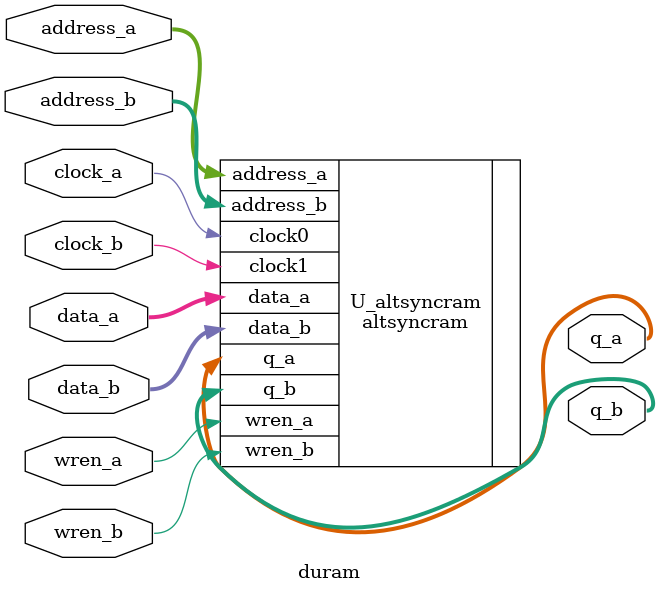
<source format=v>
module duram(
data_a,
data_b,
wren_a,
wren_b,
address_a,
address_b,
clock_a,
clock_b,
q_a,
q_b);   //synthesis syn_black_box

parameter DATA_WIDTH    = 32; 
parameter ADDR_WIDTH    = 5;  
parameter BLK_RAM_TYPE  = "AUTO";
parameter DURAM_MODE    = "BIDIR_DUAL_PORT";
parameter ADDR_DEPTH    = 2**ADDR_WIDTH;



input   [DATA_WIDTH -1:0]   data_a;
input                       wren_a;
input   [ADDR_WIDTH -1:0]   address_a;
input                       clock_a;
output  [DATA_WIDTH -1:0]   q_a;
input   [DATA_WIDTH -1:0]   data_b;
input                       wren_b;
input   [ADDR_WIDTH -1:0]   address_b;
input                       clock_b;
output  [DATA_WIDTH -1:0]   q_b;
 
 

altsyncram U_altsyncram (
.wren_a         (wren_a),
.wren_b         (wren_b),
.data_a         (data_a),
.data_b         (data_b),
.address_a      (address_a),
.address_b      (address_b),
.clock0         (clock_a),
.clock1         (clock_b),
.q_a            (q_a),
.q_b            (q_b),
// synopsys translate_off
.aclr0 (),
.aclr1 (),
.addressstall_a (),
.addressstall_b (),
.byteena_a (),
.byteena_b (),
.clocken0 (),
.clocken1 (),
.rden_b ()
// synopsys translate_on
);
    defparam
        U_altsyncram.intended_device_family = "Stratix",
        U_altsyncram.ram_block_type = BLK_RAM_TYPE,
        U_altsyncram.operation_mode = DURAM_MODE,
        U_altsyncram.width_a = DATA_WIDTH,
        U_altsyncram.widthad_a = ADDR_WIDTH,
//      U_altsyncram.numwords_a = 256,
        U_altsyncram.width_b = DATA_WIDTH,
        U_altsyncram.widthad_b = ADDR_WIDTH,
//      U_altsyncram.numwords_b = 256,
        U_altsyncram.lpm_type = "altsyncram",
        U_altsyncram.width_byteena_a = 1,
        U_altsyncram.width_byteena_b = 1,
        U_altsyncram.outdata_reg_a = "UNREGISTERED",
        U_altsyncram.outdata_aclr_a = "NONE",
        U_altsyncram.outdata_reg_b = "UNREGISTERED",
        U_altsyncram.indata_aclr_a = "NONE",
        U_altsyncram.wrcontrol_aclr_a = "NONE",
        U_altsyncram.address_aclr_a = "NONE",
        U_altsyncram.indata_reg_b = "CLOCK1",
        U_altsyncram.address_reg_b = "CLOCK1",
        U_altsyncram.wrcontrol_wraddress_reg_b = "CLOCK1",
        U_altsyncram.indata_aclr_b = "NONE",
        U_altsyncram.wrcontrol_aclr_b = "NONE",
        U_altsyncram.address_aclr_b = "NONE",
        U_altsyncram.outdata_aclr_b = "NONE",
        U_altsyncram.power_up_uninitialized = "FALSE";
 
endmodule 



</source>
